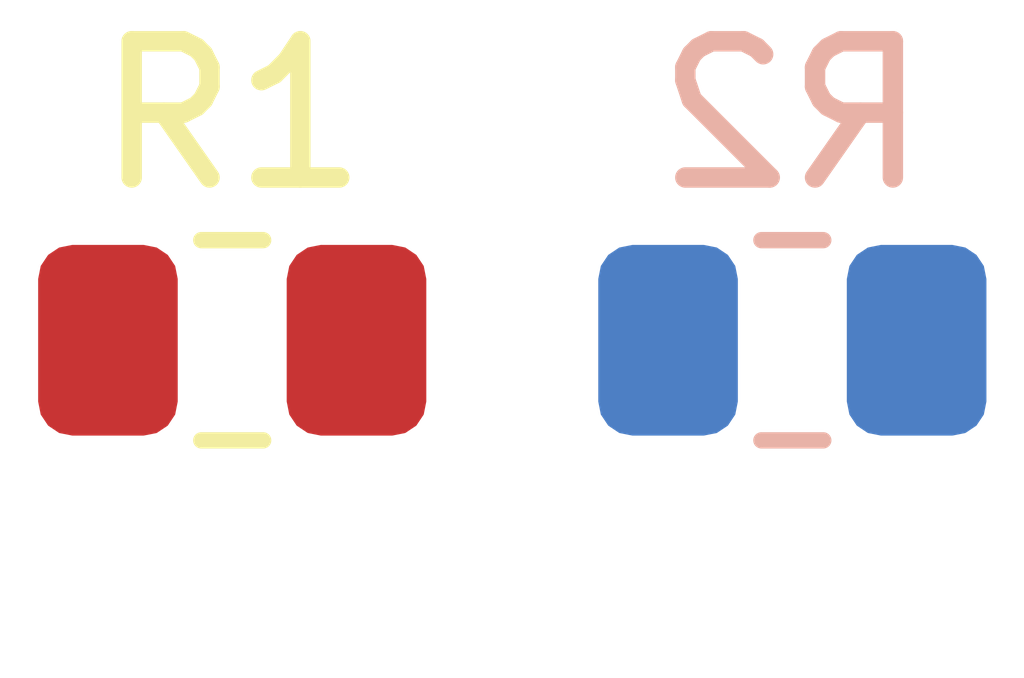
<source format=kicad_pcb>
(kicad_pcb (version 20241229) (generator "pcbnew") (generator_version "9.0")
  (layers (0 "F.Cu" signal) (2 "B.Cu" signal) (13 "F.Paste" user) (15 "B.Paste" user) (5 "F.SilkS" user "F.Silkscreen") (7 "B.SilkS" user "B.Silkscreen") (1 "F.Mask" user) (3 "B.Mask" user) (25 "Edge.Cuts" user))
  (net 0 "")
  (footprint "Resistor_SMD:R_0805_2012Metric" (layer "F.Cu") (at 139.8875 62)
    (property "Reference" "R1" (at 0 -1.65 0) (layer "F.SilkS"))
    (property "Value" "R")
    (fp_line (start -0.227064 -0.735) (end 0.227064 -0.735) (stroke (width 0.12)) (layer "F.SilkS"))
    (fp_line (start -0.227064 0.735) (end 0.227064 0.735) (stroke (width 0.12)) (layer "F.SilkS"))
    (pad "1" smd roundrect (at -0.9125 0) (size 1.025 1.4) (layers "F.Cu" "F.Mask" "F.Paste") (roundrect_rratio 0.243902))
    (pad "2" smd roundrect (at 0.9125 0) (size 1.025 1.4) (layers "F.Cu" "F.Mask" "F.Paste") (roundrect_rratio 0.243902))
  )
  (footprint "Resistor_SMD:R_0805_2012Metric" (layer "B.Cu") (at 144 62 180)
    (property "Reference" "R2" (at 0 1.65 0) (layer "B.SilkS") (effects (justify mirror)))
    (property "Value" "R")
    (fp_line (start 0.227064 0.735) (end -0.227064 0.735) (stroke (width 0.12)) (layer "B.SilkS"))
    (fp_line (start 0.227064 -0.735) (end -0.227064 -0.735) (stroke (width 0.12)) (layer "B.SilkS"))
    (pad "1" smd roundrect (at -0.9125 0 180) (size 1.025 1.4) (layers "B.Cu" "B.Mask" "B.Paste") (roundrect_rratio 0.243902))
    (pad "2" smd roundrect (at 0.9125 0 180) (size 1.025 1.4) (layers "B.Cu" "B.Mask" "B.Paste") (roundrect_rratio 0.243902))
  )
)
</source>
